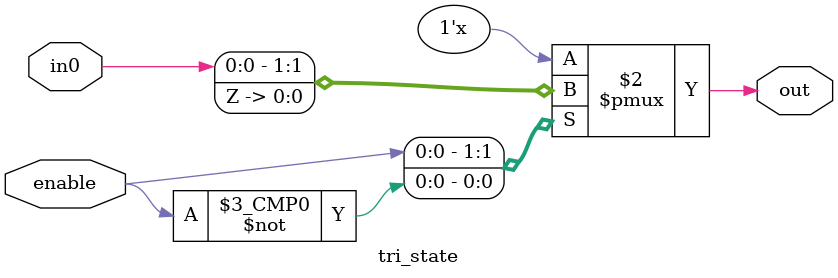
<source format=v>



                             
//***************************************************************************//
//***************************************************************************//
                             

//              Author:
//              Reviewer:
//              Manager:
                             

//*********************************description*******************************//
//	1.this DUT is tri_state buffer.
//	2.if enable is high it follows the input.
//	3.if enable is x or z ,then output is x.
//	4.if enable is low then, the output is z.
//	
//*******************************DUT*****************************************//
//
module tri_state(input in0,enable,
									output reg out);
	always@(enable or in0)
		begin:alw_blk
			case(enable)
				1'b1:
				begin:en1_blk		//if enable is high
						out=in0;
					end	//en1_blk 
				1'b0:
					begin:en0_blk	//if enable is low
						out=1'bz;
					end	//en2_blk
				default:
					begin:enxz_blk	//if enable is x or z
						out=1'bx;
					end	//enx_blk
			endcase
		end	//alw_blk
endmodule

//******************************end DUT**************************************//


</source>
